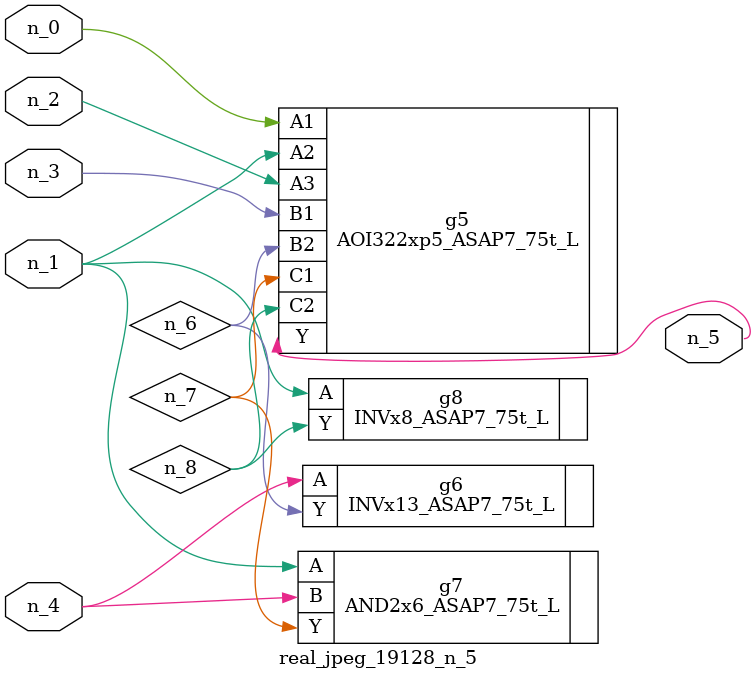
<source format=v>
module real_jpeg_19128_n_5 (n_4, n_0, n_1, n_2, n_3, n_5);

input n_4;
input n_0;
input n_1;
input n_2;
input n_3;

output n_5;

wire n_8;
wire n_6;
wire n_7;

AOI322xp5_ASAP7_75t_L g5 ( 
.A1(n_0),
.A2(n_1),
.A3(n_2),
.B1(n_3),
.B2(n_6),
.C1(n_7),
.C2(n_8),
.Y(n_5)
);

AND2x6_ASAP7_75t_L g7 ( 
.A(n_1),
.B(n_4),
.Y(n_7)
);

INVx8_ASAP7_75t_L g8 ( 
.A(n_1),
.Y(n_8)
);

INVx13_ASAP7_75t_L g6 ( 
.A(n_4),
.Y(n_6)
);


endmodule
</source>
